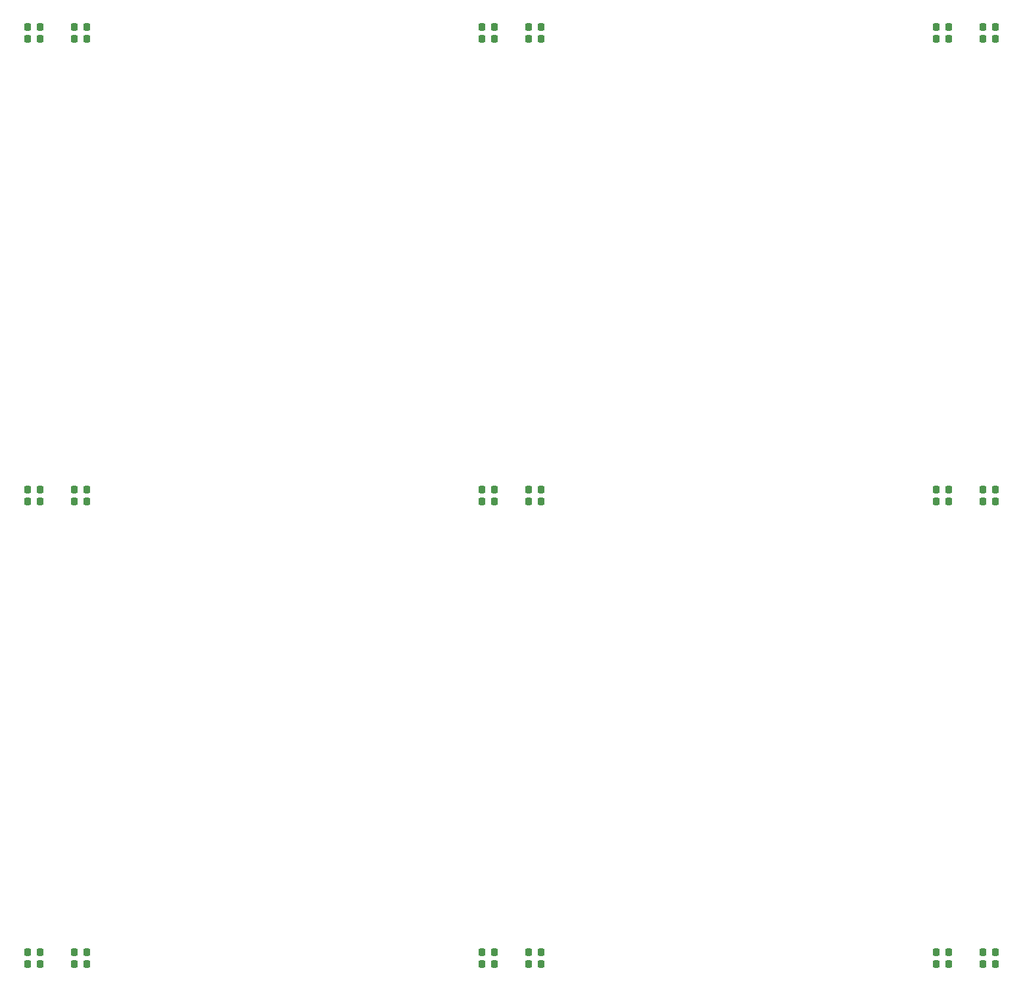
<source format=gbp>
%TF.GenerationSoftware,KiCad,Pcbnew,(6.0.6)*%
%TF.CreationDate,2022-07-06T10:55:58+02:00*%
%TF.ProjectId,panel,70616e65-6c2e-46b6-9963-61645f706362,3.0*%
%TF.SameCoordinates,PXe4e1c0PYe4e1c0*%
%TF.FileFunction,Paste,Bot*%
%TF.FilePolarity,Positive*%
%FSLAX46Y46*%
G04 Gerber Fmt 4.6, Leading zero omitted, Abs format (unit mm)*
G04 Created by KiCad (PCBNEW (6.0.6)) date 2022-07-06 10:55:58*
%MOMM*%
%LPD*%
G01*
G04 APERTURE LIST*
G04 Aperture macros list*
%AMRoundRect*
0 Rectangle with rounded corners*
0 $1 Rounding radius*
0 $2 $3 $4 $5 $6 $7 $8 $9 X,Y pos of 4 corners*
0 Add a 4 corners polygon primitive as box body*
4,1,4,$2,$3,$4,$5,$6,$7,$8,$9,$2,$3,0*
0 Add four circle primitives for the rounded corners*
1,1,$1+$1,$2,$3*
1,1,$1+$1,$4,$5*
1,1,$1+$1,$6,$7*
1,1,$1+$1,$8,$9*
0 Add four rect primitives between the rounded corners*
20,1,$1+$1,$2,$3,$4,$5,0*
20,1,$1+$1,$4,$5,$6,$7,0*
20,1,$1+$1,$6,$7,$8,$9,0*
20,1,$1+$1,$8,$9,$2,$3,0*%
G04 Aperture macros list end*
%ADD10RoundRect,0.218750X-0.218750X-0.256250X0.218750X-0.256250X0.218750X0.256250X-0.218750X0.256250X0*%
%ADD11RoundRect,0.218750X0.218750X0.256250X-0.218750X0.256250X-0.218750X-0.256250X0.218750X-0.256250X0*%
G04 APERTURE END LIST*
D10*
%TO.C,B1-R14*%
X86712500Y-56750000D03*
X88287500Y-56750000D03*
%TD*%
D11*
%TO.C,B6-R30*%
X23787500Y-175750000D03*
X22212500Y-175750000D03*
%TD*%
D10*
%TO.C,B0-R14*%
X28212500Y-56750000D03*
X29787500Y-56750000D03*
%TD*%
%TO.C,B0-R29*%
X22212500Y-58250000D03*
X23787500Y-58250000D03*
%TD*%
%TO.C,B3-R14*%
X28212500Y-116250000D03*
X29787500Y-116250000D03*
%TD*%
D11*
%TO.C,B1-R13*%
X88287500Y-58250000D03*
X86712500Y-58250000D03*
%TD*%
%TO.C,B0-R30*%
X23787500Y-56750000D03*
X22212500Y-56750000D03*
%TD*%
%TO.C,B1-R30*%
X82287500Y-56750000D03*
X80712500Y-56750000D03*
%TD*%
D10*
%TO.C,B5-R14*%
X145212500Y-116250000D03*
X146787500Y-116250000D03*
%TD*%
%TO.C,B4-R29*%
X80712500Y-117750000D03*
X82287500Y-117750000D03*
%TD*%
%TO.C,B1-R29*%
X80712500Y-58250000D03*
X82287500Y-58250000D03*
%TD*%
%TO.C,B2-R14*%
X145212500Y-56750000D03*
X146787500Y-56750000D03*
%TD*%
%TO.C,B8-R14*%
X145212500Y-175750000D03*
X146787500Y-175750000D03*
%TD*%
%TO.C,B6-R14*%
X28212500Y-175750000D03*
X29787500Y-175750000D03*
%TD*%
D11*
%TO.C,B2-R13*%
X146787500Y-58250000D03*
X145212500Y-58250000D03*
%TD*%
%TO.C,B4-R30*%
X82287500Y-116250000D03*
X80712500Y-116250000D03*
%TD*%
D10*
%TO.C,B8-R29*%
X139212500Y-177250000D03*
X140787500Y-177250000D03*
%TD*%
D11*
%TO.C,B4-R13*%
X88287500Y-117750000D03*
X86712500Y-117750000D03*
%TD*%
%TO.C,B2-R30*%
X140787500Y-56750000D03*
X139212500Y-56750000D03*
%TD*%
D10*
%TO.C,B2-R29*%
X139212500Y-58250000D03*
X140787500Y-58250000D03*
%TD*%
D11*
%TO.C,B0-R13*%
X29787500Y-58250000D03*
X28212500Y-58250000D03*
%TD*%
D10*
%TO.C,B4-R14*%
X86712500Y-116250000D03*
X88287500Y-116250000D03*
%TD*%
D11*
%TO.C,B7-R13*%
X88287500Y-177250000D03*
X86712500Y-177250000D03*
%TD*%
D10*
%TO.C,B3-R29*%
X22212500Y-117750000D03*
X23787500Y-117750000D03*
%TD*%
%TO.C,B6-R29*%
X22212500Y-177250000D03*
X23787500Y-177250000D03*
%TD*%
D11*
%TO.C,B8-R13*%
X146787500Y-177250000D03*
X145212500Y-177250000D03*
%TD*%
%TO.C,B5-R30*%
X140787500Y-116250000D03*
X139212500Y-116250000D03*
%TD*%
%TO.C,B5-R13*%
X146787500Y-117750000D03*
X145212500Y-117750000D03*
%TD*%
D10*
%TO.C,B7-R14*%
X86712500Y-175750000D03*
X88287500Y-175750000D03*
%TD*%
D11*
%TO.C,B8-R30*%
X140787500Y-175750000D03*
X139212500Y-175750000D03*
%TD*%
D10*
%TO.C,B5-R29*%
X139212500Y-117750000D03*
X140787500Y-117750000D03*
%TD*%
D11*
%TO.C,B7-R30*%
X82287500Y-175750000D03*
X80712500Y-175750000D03*
%TD*%
%TO.C,B3-R13*%
X29787500Y-117750000D03*
X28212500Y-117750000D03*
%TD*%
%TO.C,B3-R30*%
X23787500Y-116250000D03*
X22212500Y-116250000D03*
%TD*%
%TO.C,B6-R13*%
X29787500Y-177250000D03*
X28212500Y-177250000D03*
%TD*%
D10*
%TO.C,B7-R29*%
X80712500Y-177250000D03*
X82287500Y-177250000D03*
%TD*%
M02*

</source>
